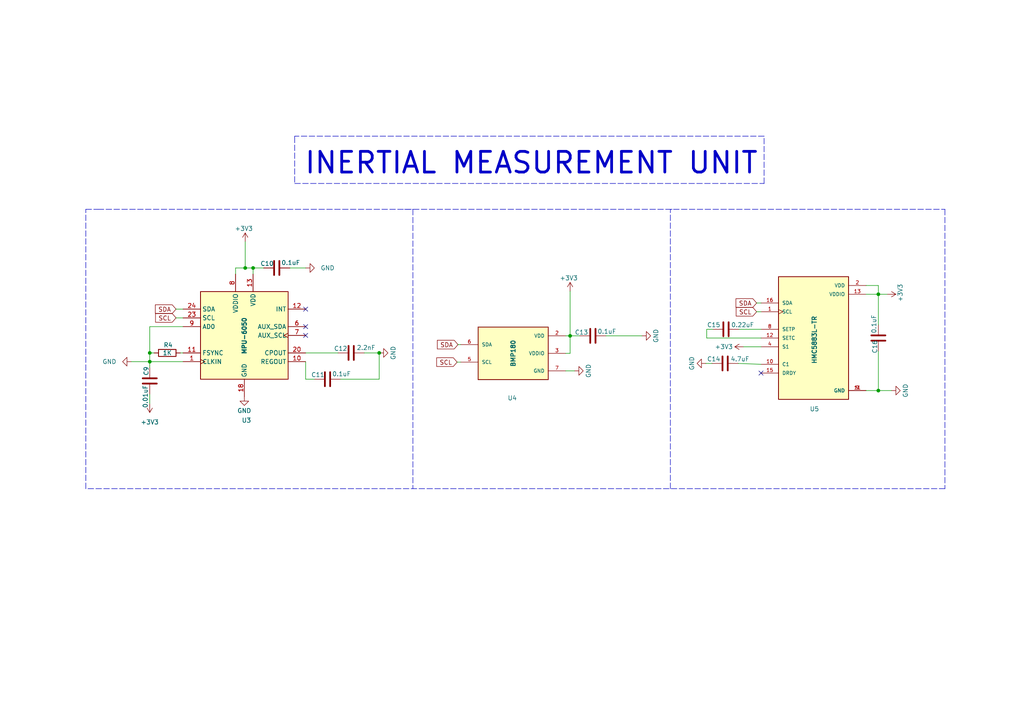
<source format=kicad_sch>
(kicad_sch (version 20211123) (generator eeschema)
  (paper "A4")
  (lib_symbols
    (symbol "Custom_symbols:BMP180" (pin_names (offset 1.016))
      (property "Reference" "U" (at -10.1734 8.2659 0))
      (property "Value" "BMP180" (at -10.1733 -10.1733 0))
      (symbol "BMP180_0_0"
        (rectangle (start -10.16 -7.62) (end 10.16 7.62) (stroke (width 0.254)) (fill (type background)))
        (pin power_in line (at 15.24 5.08 180) (length 5.08) (name "VDD") (number "2"))
        (pin power_in line (at 15.24 0 180) (length 5.08) (name "VDDIO") (number "3"))
        (pin input line (at -15.24 -2.54 0) (length 5.08) (name "SCL") (number "5"))
        (pin bidirectional line (at -15.24 2.54 0) (length 5.08) (name "SDA") (number "6"))
        (pin power_in line (at 15.24 -5.08 180) (length 5.08) (name "GND") (number "7"))
      )
    )
    (symbol "Custom_symbols:HMC5883L-TR" (pin_names (offset 1.016))
      (property "Reference" "U" (at -1.27 21.59 0))
      (property "Value" "HMC5883L-TR" (at -10.16 -20.32 0))
      (symbol "HMC5883L-TR_0_0"
        (rectangle (start -10.16 -17.78) (end 10.16 17.78) (stroke (width 0.254)) (fill (type background)))
        (pin input clock (at -15.24 7.62 0) (length 5.08) (name "SCL") (number "1"))
        (pin bidirectional line (at -15.24 -7.62 0) (length 5.08) (name "C1") (number "10"))
        (pin power_in line (at 15.24 -15.24 180) (length 5.08) (name "GND") (number "11"))
        (pin bidirectional line (at -15.24 0 0) (length 5.08) (name "SETC") (number "12"))
        (pin power_in line (at 15.24 12.7 180) (length 5.08) (name "VDDIO") (number "13"))
        (pin bidirectional line (at -15.24 -10.16 0) (length 5.08) (name "DRDY") (number "15"))
        (pin input line (at -15.24 10.16 0) (length 5.08) (name "SDA") (number "16"))
        (pin power_in line (at 15.24 15.24 180) (length 5.08) (name "VDD") (number "2"))
        (pin bidirectional line (at -15.24 -2.54 0) (length 5.08) (name "S1") (number "4"))
        (pin bidirectional line (at -15.24 2.54 0) (length 5.08) (name "SETP") (number "8"))
        (pin power_in line (at 15.24 -15.24 180) (length 5.08) (name "GND") (number "9"))
      )
    )
    (symbol "Device:C" (pin_numbers hide) (pin_names (offset 0.254))
      (property "Reference" "C" (at 0.635 2.54 0))
      (property "Value" "C" (at 0.635 -2.54 0))
      (symbol "C_0_1"
        (polyline (pts (xy -2.032 -0.762) (xy 2.032 -0.762)) (stroke (width 0.508)))
        (polyline (pts (xy -2.032 0.762) (xy 2.032 0.762)) (stroke (width 0.508)))
      )
      (symbol "C_1_1"
        (pin passive line (at 0 3.81 270) (length 2.794) (name "~") (number "1"))
        (pin passive line (at 0 -3.81 90) (length 2.794) (name "~") (number "2"))
      )
    )
    (symbol "Device:R" (pin_numbers hide) (pin_names (offset 0))
      (property "Reference" "R" (at 2.032 0 90))
      (property "Value" "R" (at 0 0 90))
      (symbol "R_0_1"
        (rectangle (start -1.016 -2.54) (end 1.016 2.54) (stroke (width 0.254)))
      )
      (symbol "R_1_1"
        (pin passive line (at 0 3.81 270) (length 1.27) (name "~") (number "1"))
        (pin passive line (at 0 -3.81 90) (length 1.27) (name "~") (number "2"))
      )
    )
    (symbol "Sensor_Motion:MPU-6050"
      (property "Reference" "U" (at -11.43 13.97 0))
      (property "Value" "MPU-6050" (at 7.62 -13.97 0))
      (symbol "MPU-6050_0_1"
        (rectangle (start -12.7 12.7) (end 12.7 -12.7) (stroke (width 0.254)) (fill (type background)))
      )
      (symbol "MPU-6050_1_1"
        (pin input clock (at -17.78 -7.62 0) (length 5.08) (name "CLKIN") (number "1"))
        (pin passive line (at 17.78 -7.62 180) (length 5.08) (name "REGOUT") (number "10"))
        (pin input line (at -17.78 -5.08 0) (length 5.08) (name "FSYNC") (number "11"))
        (pin output line (at 17.78 7.62 180) (length 5.08) (name "INT") (number "12"))
        (pin power_in line (at 2.54 17.78 270) (length 5.08) (name "VDD") (number "13"))
        (pin power_in line (at 0 -17.78 90) (length 5.08) (name "GND") (number "18"))
        (pin passive line (at 17.78 -5.08 180) (length 5.08) (name "CPOUT") (number "20"))
        (pin input line (at -17.78 5.08 0) (length 5.08) (name "SCL") (number "23"))
        (pin bidirectional line (at -17.78 7.62 0) (length 5.08) (name "SDA") (number "24"))
        (pin bidirectional line (at 17.78 2.54 180) (length 5.08) (name "AUX_SDA") (number "6"))
        (pin output clock (at 17.78 0 180) (length 5.08) (name "AUX_SCL") (number "7"))
        (pin power_in line (at -2.54 17.78 270) (length 5.08) (name "VDDIO") (number "8"))
        (pin input line (at -17.78 2.54 0) (length 5.08) (name "AD0") (number "9"))
      )
    )
    (symbol "power:+3.3V" (power) (pin_names (offset 0))
      (property "Value" "+3.3V" (at 0 3.556 0))
      (symbol "+3.3V_0_1"
        (polyline (pts (xy -0.762 1.27) (xy 0 2.54)))
        (polyline (pts (xy 0 0) (xy 0 2.54)))
        (polyline (pts (xy 0 2.54) (xy 0.762 1.27)))
      )
      (symbol "+3.3V_1_1"
        (pin power_in line (at 0 0 90) (length 0) hide (name "+3V3") (number "1"))
      )
    )
    (symbol "power:GND" (power) (pin_names (offset 0))
      (property "Value" "GND" (at 0 -3.81 0))
      (symbol "GND_0_1"
        (polyline (pts (xy 0 0) (xy 0 -1.27) (xy 1.27 -1.27) (xy 0 -2.54) (xy -1.27 -1.27) (xy 0 -1.27)))
      )
      (symbol "GND_1_1"
        (pin power_in line (at 0 0 270) (length 0) hide (name "GND") (number "1"))
      )
    )
  )
  (junction (at 109.982 102.362))
  (junction (at 43.434 104.902))
  (junction (at 254.762 85.344))
  (junction (at 43.434 102.362))
  (junction (at 165.354 97.409))
  (junction (at 73.406 77.724))
  (junction (at 71.12 77.724))
  (junction (at 254.762 113.284))
  (no_connect (at 88.646 89.662))
  (no_connect (at 220.726 108.204))
  (no_connect (at 88.646 94.742))
  (no_connect (at 88.646 97.282))
  (polyline (pts (xy 24.892 60.706) (xy 28.448 60.706)))
  (wire (pts (xy 71.12 77.724) (xy 73.406 77.724)))
  (wire (pts (xy 88.646 109.982) (xy 91.186 109.982)))
  (wire (pts (xy 98.806 109.982) (xy 109.982 109.982)))
  (polyline (pts (xy 221.615 39.497) (xy 85.471 39.497)))
  (wire (pts (xy 132.588 105.029) (xy 133.604 105.029)))
  (wire (pts (xy 71.12 70.104) (xy 71.12 77.724)))
  (wire (pts (xy 257.302 85.344) (xy 254.762 85.344)))
  (polyline (pts (xy 119.761 60.706) (xy 119.761 141.732)))
  (wire (pts (xy 51.054 89.662) (xy 53.086 89.662)))
  (wire (pts (xy 43.434 94.742) (xy 43.434 102.362)))
  (wire (pts (xy 88.646 104.902) (xy 88.646 109.982)))
  (polyline (pts (xy 85.471 39.751) (xy 85.471 53.213)))
  (wire (pts (xy 43.434 104.902) (xy 53.086 104.902)))
  (wire (pts (xy 214.122 105.41) (xy 220.726 105.664)))
  (polyline (pts (xy 221.615 53.213) (xy 221.615 39.497)))
  (wire (pts (xy 204.978 95.504) (xy 204.978 98.044)))
  (wire (pts (xy 98.044 102.362) (xy 88.646 102.362)))
  (polyline (pts (xy 85.471 53.213) (xy 221.615 53.213)))
  (wire (pts (xy 219.456 87.884) (xy 220.726 87.884)))
  (wire (pts (xy 43.434 106.68) (xy 43.434 104.902)))
  (polyline (pts (xy 274.066 60.706) (xy 274.066 141.732)))
  (polyline (pts (xy 28.448 60.706) (xy 274.066 60.706)))
  (wire (pts (xy 84.074 77.724) (xy 88.646 77.724)))
  (wire (pts (xy 38.1 104.902) (xy 43.434 104.902)))
  (wire (pts (xy 43.434 102.362) (xy 44.704 102.362)))
  (wire (pts (xy 254.762 82.804) (xy 254.762 85.344)))
  (wire (pts (xy 251.206 85.344) (xy 254.762 85.344)))
  (wire (pts (xy 168.148 97.409) (xy 165.354 97.409)))
  (wire (pts (xy 219.456 90.424) (xy 220.726 90.424)))
  (wire (pts (xy 76.454 77.724) (xy 73.406 77.724)))
  (wire (pts (xy 52.324 102.362) (xy 53.086 102.362)))
  (wire (pts (xy 109.982 109.982) (xy 109.982 102.362)))
  (wire (pts (xy 214.376 95.504) (xy 220.726 95.504)))
  (wire (pts (xy 166.624 107.569) (xy 164.084 107.569)))
  (wire (pts (xy 204.978 95.504) (xy 206.756 95.504)))
  (wire (pts (xy 258.572 113.284) (xy 254.762 113.284)))
  (wire (pts (xy 165.354 102.489) (xy 165.354 97.409)))
  (wire (pts (xy 204.978 98.044) (xy 220.726 98.044)))
  (wire (pts (xy 132.842 99.949) (xy 133.604 99.949)))
  (wire (pts (xy 68.326 77.724) (xy 71.12 77.724)))
  (polyline (pts (xy 117.348 60.706) (xy 119.761 60.706)))
  (wire (pts (xy 254.762 94.234) (xy 254.762 85.344)))
  (wire (pts (xy 204.724 105.41) (xy 206.502 105.41)))
  (polyline (pts (xy 274.066 141.732) (xy 24.892 141.732)))
  (wire (pts (xy 43.434 102.362) (xy 43.434 104.902)))
  (wire (pts (xy 175.768 97.409) (xy 186.182 97.409)))
  (wire (pts (xy 165.354 97.409) (xy 165.354 84.455)))
  (polyline (pts (xy 24.892 141.732) (xy 24.892 60.706)))
  (polyline (pts (xy 194.437 141.732) (xy 194.437 60.706)))
  (wire (pts (xy 73.406 77.724) (xy 73.406 79.502)))
  (polyline (pts (xy 194.437 60.706) (xy 194.945 60.706)))
  (wire (pts (xy 68.326 77.724) (xy 68.326 79.502)))
  (wire (pts (xy 215.646 100.584) (xy 220.726 100.584)))
  (wire (pts (xy 164.084 102.489) (xy 165.354 102.489)))
  (wire (pts (xy 51.054 92.202) (xy 53.086 92.202)))
  (wire (pts (xy 254.762 101.854) (xy 254.762 113.284)))
  (wire (pts (xy 165.354 97.409) (xy 164.084 97.409)))
  (polyline (pts (xy 85.471 39.497) (xy 85.471 39.751)))
  (wire (pts (xy 251.206 82.804) (xy 254.762 82.804)))
  (wire (pts (xy 43.434 94.742) (xy 53.086 94.742)))
  (wire (pts (xy 254.762 113.284) (xy 251.206 113.284)))
  (wire (pts (xy 105.664 102.362) (xy 109.982 102.362)))
  (wire (pts (xy 43.434 117.094) (xy 43.434 114.3)))
  (text "INERTIAL MEASUREMENT UNIT" (at 88.011 50.927 0) (effects (font (size 6 6) (thickness 0.8) bold) (justify left bottom)))
  (global_label "SDA" (shape input) (at 51.054 89.662 180) (property "Intersheet References" "${INTERSHEET_REFS}" (effects hide)))
  (global_label "SDA" (shape input) (at 132.842 99.949 180) (property "Intersheet References" "${INTERSHEET_REFS}" (effects hide)))
  (global_label "SCL" (shape input) (at 132.588 105.029 180) (property "Intersheet References" "${INTERSHEET_REFS}" (effects hide)))
  (global_label "SCL" (shape input) (at 219.456 90.424 180) (property "Intersheet References" "${INTERSHEET_REFS}" (effects hide)))
  (global_label "SDA" (shape input) (at 219.456 87.884 180) (property "Intersheet References" "${INTERSHEET_REFS}" (effects hide)))
  (global_label "SCL" (shape input) (at 51.054 92.202 180) (property "Intersheet References" "${INTERSHEET_REFS}" (effects hide)))
  (symbol (lib_id "power:+3.3V") (at 71.12 70.104 0) (unit 1)
    (property "Reference" "#PWR024" (effects hide))
    (property "Value" "+3.3V" (at 68.072 66.294 0) (effects (justify left)))
  )
  (symbol (lib_id "Custom_symbols:BMP180") (at 148.844 102.489 0) (unit 1)
    (property "Reference" "U4" (at 148.59 115.443 0))
    (property "Value" "BMP180" (at 148.844 102.489 90) (effects (font bold)))
    (property "Footprint" "Custom_Footprints:BMP180" (effects hide))
    (property "MF" "Bosch Sensortec" (effects hide))
    (property "Description" "\n                        \n                            Pressure Sensor 4.35PSI ~ 15.95PSI (30kPa ~ 110kPa) Absolute - 16 ~ 19 b 7-VLGA\n                        \n" (effects hide))
    (property "Package" "VLGA-7 Bosch Sensortec" (effects hide))
    (property "Price" "None" (effects hide))
    (property "SnapEDA_Link" "https://www.snapeda.com/parts/BMP180/Bosch/view-part/?ref=snap" (effects hide))
    (property "MP" "BMP180" (effects hide))
    (property "Availability" "In Stock" (effects hide))
    (property "Check_prices" "https://www.snapeda.com/parts/BMP180/Bosch/view-part/?ref=eda" (effects hide))
  )
  (symbol (lib_id "power:+3.3V") (at 165.354 84.455 0) (unit 1)
    (property "Reference" "#PWR027" (effects hide))
    (property "Value" "+3.3V" (at 162.306 80.645 0) (effects (justify left)))
  )
  (symbol (lib_id "power:+3.3V") (at 43.434 117.094 180) (unit 1)
    (property "Reference" "#PWR022" (effects hide))
    (property "Value" "+3.3V" (at 43.434 122.428 0))
  )
  (symbol (lib_id "power:GND") (at 258.572 113.284 90) (unit 1)
    (property "Reference" "#PWR033" (effects hide))
    (property "Value" "GND" (at 262.636 111.252 0) (effects (justify right)))
  )
  (symbol (lib_id "Sensor_Motion:MPU-6050") (at 70.866 97.282 0) (unit 1)
    (property "Reference" "U3" (at 70.104 121.92 0) (effects (justify left)))
    (property "Value" "MPU-6050" (at 70.866 102.87 90) (effects (font bold) (justify left)))
    (property "Footprint" "Sensor_Motion:InvenSense_QFN-24_4x4mm_P0.5mm" (effects hide))
    (property "Datasheet" "https://store.invensense.com/datasheets/invensense/MPU-6050_DataSheet_V3%204.pdf" (effects hide))
  )
  (symbol (lib_id "Device:C") (at 80.264 77.724 270) (unit 1)
    (property "Reference" "C10" (at 77.47 76.454 90))
    (property "Value" "0.1uF" (at 84.328 76.2 90))
    (property "Footprint" "Capacitor_SMD:C_0603_1608Metric" (effects hide))
  )
  (symbol (lib_id "power:GND") (at 109.982 102.362 90) (unit 1)
    (property "Reference" "#PWR026" (effects hide))
    (property "Value" "GND" (at 114.046 100.33 0) (effects (justify right)))
  )
  (symbol (lib_id "Custom_symbols:HMC5883L-TR") (at 235.966 98.044 0) (unit 1)
    (property "Reference" "U5" (at 236.22 118.618 0))
    (property "Value" "HMC5883L-TR" (at 236.22 98.552 90) (effects (font bold)))
    (property "Footprint" "Custom_Footprints:HMC5883L-TR" (effects hide))
    (property "MF" "STMicroelectronics" (effects hide))
    (property "Description" "\n                        \n                            Board Mount Hall Effect / Magnetic Sensors Sensors, Transducers Magnetic - Hall Effect, Digital Switch, Linear, Compass (ICs) - IC COMPASS 3 AXIS I2C 16LCC SMD\n                        \n" (effects hide))
    (property "Package" "LCC-16 STMicroelectronics" (effects hide))
    (property "Price" "None" (effects hide))
    (property "Check_prices" "https://www.snapeda.com/parts/HMC5883LTR/STMicroelectronics/view-part/?ref=eda" (effects hide))
    (property "STANDARD" "Manufacturer Recommendations" (effects hide))
    (property "PARTREV" "E" (effects hide))
    (property "SnapEDA_Link" "https://www.snapeda.com/parts/HMC5883LTR/STMicroelectronics/view-part/?ref=snap" (effects hide))
    (property "MP" "HMC5883LTR" (effects hide))
    (property "Availability" "In Stock" (effects hide))
    (property "PACKAGE_MAXIMUM_HEIGHT" "0.9mm" (effects hide))
    (property "MANUFACTURER" "HONEYWELL" (effects hide))
  )
  (symbol (lib_id "Device:C") (at 210.312 105.41 90) (unit 1)
    (property "Reference" "C14" (at 207.01 104.14 90))
    (property "Value" "4.7uF" (at 214.63 104.14 90))
    (property "Footprint" "Capacitor_SMD:C_0603_1608Metric" (effects hide))
  )
  (symbol (lib_id "power:GND") (at 186.182 97.409 90) (unit 1)
    (property "Reference" "#PWR029" (effects hide))
    (property "Value" "GND" (at 190.246 95.377 0) (effects (justify right)))
  )
  (symbol (lib_id "Device:C") (at 254.762 98.044 0) (unit 1)
    (property "Reference" "C16" (at 253.746 100.584 90))
    (property "Value" "0.1uF" (at 253.492 93.98 90))
    (property "Footprint" "Capacitor_SMD:C_0603_1608Metric" (effects hide))
  )
  (symbol (lib_id "Device:C") (at 94.996 109.982 270) (unit 1)
    (property "Reference" "C11" (at 92.202 108.712 90))
    (property "Value" "0.1uF" (at 99.06 108.458 90))
    (property "Footprint" "Capacitor_SMD:C_0603_1608Metric" (effects hide))
  )
  (symbol (lib_id "power:GND") (at 70.866 115.062 0) (unit 1)
    (property "Reference" "#PWR023" (effects hide))
    (property "Value" "GND" (at 72.898 119.126 0) (effects (justify right)))
  )
  (symbol (lib_id "power:+3.3V") (at 257.302 85.344 270) (unit 1)
    (property "Reference" "#PWR032" (effects hide))
    (property "Value" "+3.3V" (at 261.112 82.296 0) (effects (justify left)))
  )
  (symbol (lib_id "Device:C") (at 43.434 110.49 0) (unit 1)
    (property "Reference" "C9" (at 42.418 108.966 90) (effects (justify left)))
    (property "Value" "0.01uF" (at 42.164 118.364 90) (effects (justify left)))
    (property "Footprint" "Capacitor_SMD:C_0603_1608Metric" (effects hide))
  )
  (symbol (lib_id "Device:C") (at 101.854 102.362 90) (unit 1)
    (property "Reference" "C12" (at 98.806 101.092 90))
    (property "Value" "2.2nF" (at 106.172 100.838 90))
    (property "Footprint" "Capacitor_SMD:C_0603_1608Metric" (effects hide))
  )
  (symbol (lib_id "power:GND") (at 204.724 105.41 270) (unit 1)
    (property "Reference" "#PWR030" (effects hide))
    (property "Value" "GND" (at 200.66 107.442 0) (effects (justify right)))
  )
  (symbol (lib_id "Device:C") (at 210.566 95.504 90) (unit 1)
    (property "Reference" "C15" (at 207.01 94.234 90))
    (property "Value" "0.22uF" (at 215.392 94.234 90))
    (property "Footprint" "Capacitor_SMD:C_0603_1608Metric" (effects hide))
  )
  (symbol (lib_id "power:+3.3V") (at 215.646 100.584 90) (unit 1)
    (property "Reference" "#PWR031" (effects hide))
    (property "Value" "+3.3V" (at 212.598 100.584 90) (effects (justify left)))
  )
  (symbol (lib_id "power:GND") (at 38.1 104.902 270) (unit 1)
    (property "Reference" "#PWR021" (effects hide))
    (property "Value" "GND" (at 33.782 104.9019 90) (effects (justify right)))
  )
  (symbol (lib_id "power:GND") (at 88.646 77.724 90) (unit 1)
    (property "Reference" "#PWR025" (effects hide))
    (property "Value" "GND" (at 92.964 77.7239 90) (effects (justify right)))
  )
  (symbol (lib_id "Device:C") (at 171.958 97.409 270) (unit 1)
    (property "Reference" "C13" (at 168.656 96.393 90))
    (property "Value" "0.1uF" (at 176.022 96.139 90))
    (property "Footprint" "Capacitor_SMD:C_0603_1608Metric" (effects hide))
  )
  (symbol (lib_id "power:GND") (at 166.624 107.569 90) (unit 1)
    (property "Reference" "#PWR028" (effects hide))
    (property "Value" "GND" (at 170.688 105.537 0) (effects (justify right)))
  )
  (symbol (lib_id "Device:R") (at 48.514 102.362 90) (unit 1)
    (property "Reference" "R4" (at 48.768 100.076 90))
    (property "Value" "1K" (at 48.514 102.362 90))
    (property "Footprint" "Resistor_SMD:R_0603_1608Metric" (effects hide))
  )
)
</source>
